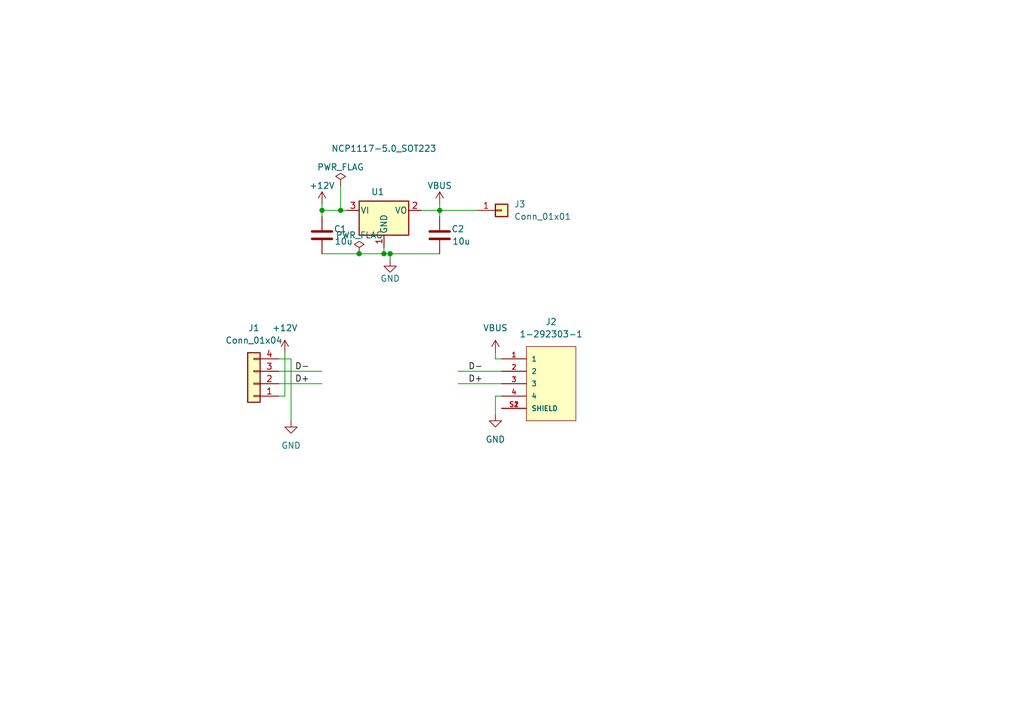
<source format=kicad_sch>
(kicad_sch (version 20211123) (generator eeschema)
  (paper "A5")
  (title_block (title "GW1150 USB Adapter Daugher PCB") (date "2023-02-08") (company "MPFlaga"))
  (lib_symbols
    (symbol "1-292303-1:1-292303-1" (pin_names (offset 1.016))
      (property "Reference" "J" (at -5.334 8.128 0))
      (property "Value" "1-292303-1" (at -5.588 -9.9314 0))
      (symbol "1-292303-1_0_0"
        (rectangle (start -5.08 -7.62) (end 5.08 7.62) (stroke (width 0.127)) (fill (type background)))
        (pin passive line (at 10.16 5.08 180) (length 5.08) (name "1") (number "1"))
        (pin passive line (at 10.16 2.54 180) (length 5.08) (name "2") (number "2"))
        (pin passive line (at 10.16 0 180) (length 5.08) (name "3") (number "3"))
        (pin passive line (at 10.16 -2.54 180) (length 5.08) (name "4") (number "4"))
        (pin passive line (at 10.16 -5.08 180) (length 5.08) (name "SHIELD") (number "S1"))
        (pin passive line (at 10.16 -5.08 180) (length 5.08) (name "SHIELD") (number "S2"))
      )
    )
    (symbol "Connector_Generic:Conn_01x01" (pin_names (offset 1.016) hide)
      (property "Reference" "J" (at 0 2.54 0))
      (property "Value" "Conn_01x01" (at 0 -2.54 0))
      (symbol "Conn_01x01_1_1"
        (rectangle (start -1.27 0.127) (end 0 -0.127) (stroke (width 0.1524)))
        (rectangle (start -1.27 1.27) (end 1.27 -1.27) (stroke (width 0.254)) (fill (type background)))
        (pin passive line (at -5.08 0 0) (length 3.81) (name "Pin_1") (number "1"))
      )
    )
    (symbol "Connector_Generic:Conn_01x04" (pin_names (offset 1.016) hide)
      (property "Reference" "J" (at 0 5.08 0))
      (property "Value" "Conn_01x04" (at 0 -7.62 0))
      (symbol "Conn_01x04_1_1"
        (rectangle (start -1.27 -4.953) (end 0 -5.207) (stroke (width 0.1524)))
        (rectangle (start -1.27 -2.413) (end 0 -2.667) (stroke (width 0.1524)))
        (rectangle (start -1.27 0.127) (end 0 -0.127) (stroke (width 0.1524)))
        (rectangle (start -1.27 2.667) (end 0 2.413) (stroke (width 0.1524)))
        (rectangle (start -1.27 3.81) (end 1.27 -6.35) (stroke (width 0.254)) (fill (type background)))
        (pin passive line (at -5.08 2.54 0) (length 3.81) (name "Pin_1") (number "1"))
        (pin passive line (at -5.08 0 0) (length 3.81) (name "Pin_2") (number "2"))
        (pin passive line (at -5.08 -2.54 0) (length 3.81) (name "Pin_3") (number "3"))
        (pin passive line (at -5.08 -5.08 0) (length 3.81) (name "Pin_4") (number "4"))
      )
    )
    (symbol "Device:C" (pin_numbers hide) (pin_names (offset 0.254))
      (property "Reference" "C" (at 0.635 2.54 0))
      (property "Value" "C" (at 0.635 -2.54 0))
      (symbol "C_0_1"
        (polyline (pts (xy -2.032 -0.762) (xy 2.032 -0.762)) (stroke (width 0.508)))
        (polyline (pts (xy -2.032 0.762) (xy 2.032 0.762)) (stroke (width 0.508)))
      )
      (symbol "C_1_1"
        (pin passive line (at 0 3.81 270) (length 2.794) (name "~") (number "1"))
        (pin passive line (at 0 -3.81 90) (length 2.794) (name "~") (number "2"))
      )
    )
    (symbol "Regulator_Linear:NCP1117-5.0_SOT223" (pin_names (offset 0.254))
      (property "Reference" "U" (at -3.81 3.175 0))
      (property "Value" "NCP1117-5.0_SOT223" (at 0 3.175 0))
      (symbol "NCP1117-5.0_SOT223_0_1"
        (rectangle (start -5.08 -5.08) (end 5.08 1.905) (stroke (width 0.254)) (fill (type background)))
      )
      (symbol "NCP1117-5.0_SOT223_1_1"
        (pin power_in line (at 0 -7.62 90) (length 2.54) (name "GND") (number "1"))
        (pin power_out line (at 7.62 0 180) (length 2.54) (name "VO") (number "2"))
        (pin power_in line (at -7.62 0 0) (length 2.54) (name "VI") (number "3"))
      )
    )
    (symbol "power:+12V" (power) (pin_names (offset 0))
      (property "Value" "+12V" (at 0 3.556 0))
      (symbol "+12V_0_1"
        (polyline (pts (xy -0.762 1.27) (xy 0 2.54)))
        (polyline (pts (xy 0 0) (xy 0 2.54)))
        (polyline (pts (xy 0 2.54) (xy 0.762 1.27)))
      )
      (symbol "+12V_1_1"
        (pin power_in line (at 0 0 90) (length 0) hide (name "+12V") (number "1"))
      )
    )
    (symbol "power:GND" (power) (pin_names (offset 0))
      (property "Value" "GND" (at 0 -3.81 0))
      (symbol "GND_0_1"
        (polyline (pts (xy 0 0) (xy 0 -1.27) (xy 1.27 -1.27) (xy 0 -2.54) (xy -1.27 -1.27) (xy 0 -1.27)))
      )
      (symbol "GND_1_1"
        (pin power_in line (at 0 0 270) (length 0) hide (name "GND") (number "1"))
      )
    )
    (symbol "power:PWR_FLAG" (power) (pin_numbers hide) (pin_names (offset 0) hide)
      (property "Value" "PWR_FLAG" (at 0 3.81 0))
      (symbol "PWR_FLAG_0_0"
        (pin power_out line (at 0 0 90) (length 0) (name "pwr") (number "1"))
      )
      (symbol "PWR_FLAG_0_1"
        (polyline (pts (xy 0 0) (xy 0 1.27) (xy -1.016 1.905) (xy 0 2.54) (xy 1.016 1.905) (xy 0 1.27)))
      )
    )
    (symbol "power:VBUS" (power) (pin_names (offset 0))
      (property "Value" "VBUS" (at 0 3.81 0))
      (symbol "VBUS_0_1"
        (polyline (pts (xy -0.762 1.27) (xy 0 2.54)))
        (polyline (pts (xy 0 0) (xy 0 2.54)))
        (polyline (pts (xy 0 2.54) (xy 0.762 1.27)))
      )
      (symbol "VBUS_1_1"
        (pin power_in line (at 0 0 90) (length 0) hide (name "VBUS") (number "1"))
      )
    )
  )
  (junction (at 90.17 43.18))
  (junction (at 66.04 43.18))
  (junction (at 80.01 52.07))
  (junction (at 69.85 43.18))
  (junction (at 73.66 52.07))
  (junction (at 78.74 52.07))
  (wire (pts (xy 102.87 73.66) (xy 101.6 73.66)))
  (wire (pts (xy 101.6 81.28) (xy 101.6 85.09)))
  (wire (pts (xy 69.85 43.18) (xy 71.12 43.18)))
  (wire (pts (xy 66.04 43.18) (xy 69.85 43.18)))
  (wire (pts (xy 58.42 72.39) (xy 58.42 81.28)))
  (wire (pts (xy 90.17 41.91) (xy 90.17 43.18)))
  (wire (pts (xy 102.87 81.28) (xy 101.6 81.28)))
  (wire (pts (xy 69.85 38.1) (xy 69.85 43.18)))
  (wire (pts (xy 102.87 78.74) (xy 93.98 78.74)))
  (wire (pts (xy 90.17 43.18) (xy 90.17 44.45)))
  (wire (pts (xy 97.79 43.18) (xy 90.17 43.18)))
  (wire (pts (xy 73.66 52.07) (xy 78.74 52.07)))
  (wire (pts (xy 80.01 52.07) (xy 90.17 52.07)))
  (wire (pts (xy 66.04 41.91) (xy 66.04 43.18)))
  (wire (pts (xy 66.04 43.18) (xy 66.04 44.45)))
  (wire (pts (xy 57.15 81.28) (xy 58.42 81.28)))
  (wire (pts (xy 80.01 52.07) (xy 80.01 53.34)))
  (wire (pts (xy 57.15 73.66) (xy 59.69 73.66)))
  (wire (pts (xy 66.04 76.2) (xy 57.15 76.2)))
  (wire (pts (xy 86.36 43.18) (xy 90.17 43.18)))
  (wire (pts (xy 78.74 50.8) (xy 78.74 52.07)))
  (wire (pts (xy 101.6 73.66) (xy 101.6 72.39)))
  (wire (pts (xy 66.04 78.74) (xy 57.15 78.74)))
  (wire (pts (xy 59.69 73.66) (xy 59.69 86.36)))
  (wire (pts (xy 78.74 52.07) (xy 80.01 52.07)))
  (wire (pts (xy 66.04 52.07) (xy 73.66 52.07)))
  (wire (pts (xy 102.87 76.2) (xy 93.98 76.2)))
  (label "D-" (at 63.5 76.2 180))
  (label "D-" (at 99.06 76.2 180))
  (label "D+" (at 63.5 78.74 180))
  (label "D+" (at 99.06 78.74 180))
  (symbol (lib_id "Device:C") (at 66.04 48.26 0) (mirror y) (unit 1)
    (property "Reference" "C1" (at 71.12 46.99 0) (effects (justify left)))
    (property "Value" "10u" (at 72.39 49.53 0) (effects (justify left)))
    (property "Footprint" "Capacitor_SMD:C_0805_2012Metric" (effects hide))
  )
  (symbol (lib_id "power:+12V") (at 66.04 41.91 0) (mirror y) (unit 1)
    (property "Reference" "#PWR01" (effects hide))
    (property "Value" "+12V" (at 66.04 38.1 0))
  )
  (symbol (lib_id "Regulator_Linear:NCP1117-5.0_SOT223") (at 78.74 43.18 0) (unit 1)
    (property "Reference" "U1" (at 77.47 39.37 0))
    (property "Value" "NCP1117-5.0_SOT223" (at 78.74 30.48 0))
    (property "Footprint" "Package_TO_SOT_SMD:SOT-223-3_TabPin2" (effects hide))
    (property "Datasheet" "http://www.onsemi.com/pub_link/Collateral/NCP1117-D.PDF" (effects hide))
  )
  (symbol (lib_id "power:GND") (at 101.6 85.09 0) (mirror y) (unit 1)
    (property "Reference" "#PWR07" (effects hide))
    (property "Value" "GND" (at 101.6 90.17 0))
  )
  (symbol (lib_id "power:PWR_FLAG") (at 73.66 52.07 0) (unit 1)
    (property "Reference" "#FLG0102" (effects hide))
    (property "Value" "PWR_FLAG" (at 73.66 48.26 0))
  )
  (symbol (lib_id "Device:C") (at 90.17 48.26 0) (mirror y) (unit 1)
    (property "Reference" "C2" (at 95.25 46.99 0) (effects (justify left)))
    (property "Value" "10u" (at 96.52 49.53 0) (effects (justify left)))
    (property "Footprint" "Capacitor_SMD:C_0805_2012Metric" (effects hide))
  )
  (symbol (lib_id "power:GND") (at 80.01 53.34 0) (mirror y) (unit 1)
    (property "Reference" "#PWR03" (effects hide))
    (property "Value" "GND" (at 80.01 57.15 0))
  )
  (symbol (lib_id "Connector_Generic:Conn_01x04") (at 52.07 78.74 180) (unit 1)
    (property "Reference" "J1" (at 52.07 67.31 0))
    (property "Value" "Conn_01x04" (at 52.07 69.85 0))
    (property "Footprint" "Connector_PinHeader_2.54mm:PinHeader_1x04_P2.54mm_Horizontal" (effects hide))
  )
  (symbol (lib_id "1-292303-1:1-292303-1") (at 113.03 78.74 0) (mirror y) (unit 1)
    (property "Reference" "J2" (at 113.03 66.04 0))
    (property "Value" "1-292303-1" (at 113.03 68.58 0))
    (property "Footprint" "SnapEDA Library:TE_1-292303-1" (effects hide))
    (property "PART_REV" "E12" (effects hide))
    (property "METADATA" "Manufacturer Recommendation" (effects hide))
    (property "MANUFACTURER" "TE CONNECTIVITY" (effects hide))
  )
  (symbol (lib_id "power:VBUS") (at 90.17 41.91 0) (mirror y) (unit 1)
    (property "Reference" "#PWR02" (effects hide))
    (property "Value" "VBUS" (at 90.17 38.1 0))
  )
  (symbol (lib_id "power:VBUS") (at 101.6 72.39 0) (mirror y) (unit 1)
    (property "Reference" "#PWR05" (effects hide))
    (property "Value" "VBUS" (at 101.6 67.31 0))
  )
  (symbol (lib_id "Connector_Generic:Conn_01x01") (at 102.87 43.18 0) (unit 1)
    (property "Reference" "J3" (at 105.41 41.9099 0) (effects (justify left)))
    (property "Value" "Conn_01x01" (at 105.41 44.4499 0) (effects (justify left)))
    (property "Footprint" "Connector_PinHeader_2.54mm:PinHeader_1x01_P2.54mm_Vertical" (effects hide))
  )
  (symbol (lib_id "power:GND") (at 59.69 86.36 0) (mirror y) (unit 1)
    (property "Reference" "#PWR0102" (effects hide))
    (property "Value" "GND" (at 59.69 91.44 0))
  )
  (symbol (lib_id "power:+12V") (at 58.42 72.39 0) (mirror y) (unit 1)
    (property "Reference" "#PWR0101" (effects hide))
    (property "Value" "+12V" (at 58.42 67.31 0))
  )
  (symbol (lib_id "power:PWR_FLAG") (at 69.85 38.1 0) (unit 1)
    (property "Reference" "#FLG0101" (effects hide))
    (property "Value" "PWR_FLAG" (at 69.85 34.29 0))
  )
)
</source>
